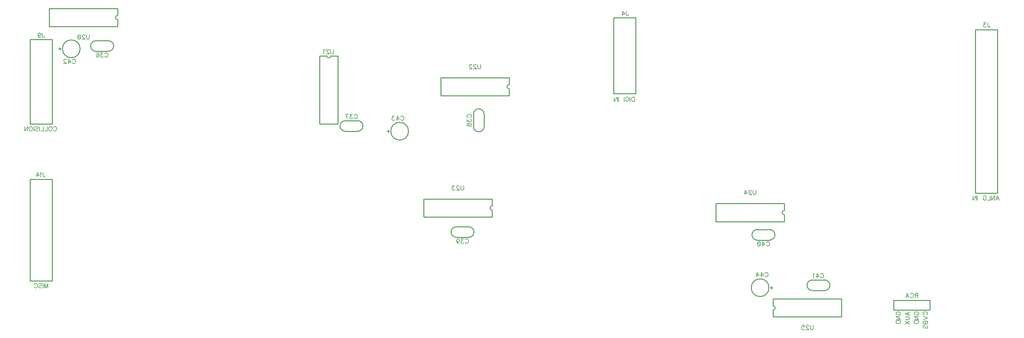
<source format=gbr>
G04 DipTrace 2.4.0.2*
%INBottomSilk.gbr*%
%MOIN*%
%ADD10C,0.0098*%
%ADD18C,0.0091*%
%ADD74C,0.0077*%
%FSLAX44Y44*%
G04*
G70*
G90*
G75*
G01*
%LNBotSilk*%
%LPD*%
X12462Y42175D2*
D10*
X13861D1*
X12462Y40975D2*
X13861D1*
Y42175D2*
G02X13861Y40975I1J-600D01*
G01*
X12462D2*
G02X12462Y42175I-1J600D01*
G01*
X40651Y33120D2*
X42050D1*
X40651Y31920D2*
X42050D1*
Y33120D2*
G02X42050Y31920I1J-600D01*
G01*
X40651D2*
G02X40651Y33120I-1J600D01*
G01*
X55148Y32462D2*
Y33861D1*
X56348Y32462D2*
Y33861D1*
X55148D2*
G02X56348Y33861I600J1D01*
G01*
Y32462D2*
G02X55148Y32462I-600J-1D01*
G01*
X53210Y21112D2*
X54609D1*
X53210Y19912D2*
X54609D1*
Y21112D2*
G02X54609Y19912I1J-600D01*
G01*
X53210D2*
G02X53210Y21112I-1J600D01*
G01*
X87226Y20797D2*
X88625D1*
X87226Y19597D2*
X88625D1*
Y20797D2*
G02X88625Y19597I1J-600D01*
G01*
X87226D2*
G02X87226Y20797I-1J600D01*
G01*
X93446Y15088D2*
X94845D1*
X93446Y13888D2*
X94845D1*
Y15088D2*
G02X94845Y13888I1J-600D01*
G01*
X93446D2*
G02X93446Y15088I-1J600D01*
G01*
X8374Y41378D2*
Y41142D1*
X8256Y41260D2*
X8492D1*
X8674D2*
G02X8674Y41260I1000J0D01*
G01*
X45500Y32047D2*
Y31811D1*
X45382Y31929D2*
X45618D1*
X45800D2*
G02X45800Y31929I1000J0D01*
G01*
X88846Y14094D2*
Y14331D1*
X88964Y14213D2*
X88728D1*
X86547D2*
G02X86547Y14213I1000J0D01*
G01*
X14913Y45827D2*
X7197D1*
Y43780D2*
Y45827D1*
X14913Y43780D2*
X7197D1*
X14913D2*
Y44567D1*
Y45827D2*
Y45039D1*
Y44567D2*
G02X14913Y45039I0J236D01*
G01*
X37756Y40465D2*
Y32748D1*
X39803D2*
X37756D1*
X39803Y40465D2*
Y32748D1*
Y40465D2*
X39016D1*
X37756D2*
X38543D1*
X39016D2*
G02X38543Y40465I-236J0D01*
G01*
X59165Y37992D2*
X51449D1*
Y35945D2*
Y37992D1*
X59165Y35945D2*
X51449D1*
X59165D2*
Y36732D1*
Y37992D2*
Y37205D1*
Y36732D2*
G02X59165Y37205I0J236D01*
G01*
X57236Y24252D2*
X49520D1*
Y22205D2*
Y24252D1*
X57236Y22205D2*
X49520D1*
X57236D2*
Y22992D1*
Y24252D2*
Y23464D1*
Y22992D2*
G02X57236Y23464I0J236D01*
G01*
X90268Y23740D2*
X82551D1*
Y21693D2*
Y23740D1*
X90268Y21693D2*
X82551D1*
X90268D2*
Y22480D1*
Y23740D2*
Y22953D1*
Y22480D2*
G02X90268Y22953I0J236D01*
G01*
X89024Y10906D2*
X96740D1*
Y12953D2*
Y10906D1*
X89024Y12953D2*
X96740D1*
X89024D2*
Y12165D1*
Y10906D2*
Y11693D1*
Y12165D2*
G02X89024Y11693I0J-236D01*
G01*
X5000Y42307D2*
D18*
X7500D1*
Y32744D1*
X5000D1*
Y42307D1*
X102636Y11693D2*
D10*
Y12796D1*
Y11693D2*
X106687Y11694D1*
X106738Y11693D2*
Y12796D1*
X102636D2*
X106717Y12794D1*
X5000Y26494D2*
D18*
X7500D1*
Y14994D1*
X5000D1*
Y26494D1*
X111875Y43432D2*
X114375D1*
Y24932D1*
X111875D1*
Y43432D1*
X70984Y44787D2*
X73484D1*
Y36181D1*
X70984D1*
Y44787D1*
X13459Y40686D2*
D74*
X13483Y40733D1*
X13531Y40781D1*
X13579Y40805D1*
X13674D1*
X13722Y40781D1*
X13770Y40733D1*
X13794Y40686D1*
X13818Y40614D1*
Y40494D1*
X13794Y40423D1*
X13770Y40375D1*
X13722Y40327D1*
X13674Y40303D1*
X13579D1*
X13531Y40327D1*
X13483Y40375D1*
X13459Y40423D1*
X13257Y40805D2*
X12994D1*
X13137Y40613D1*
X13066D1*
X13018Y40590D1*
X12994Y40566D1*
X12970Y40494D1*
Y40447D1*
X12994Y40375D1*
X13042Y40327D1*
X13114Y40303D1*
X13185D1*
X13257Y40327D1*
X13281Y40351D1*
X13305Y40398D1*
X12529Y40733D2*
X12552Y40781D1*
X12624Y40805D1*
X12672D1*
X12744Y40781D1*
X12792Y40709D1*
X12816Y40590D1*
Y40470D1*
X12792Y40375D1*
X12744Y40327D1*
X12672Y40303D1*
X12648D1*
X12577Y40327D1*
X12529Y40375D1*
X12505Y40447D1*
Y40470D1*
X12529Y40542D1*
X12577Y40590D1*
X12648Y40613D1*
X12672D1*
X12744Y40590D1*
X12792Y40542D1*
X12816Y40470D1*
X41660Y33733D2*
X41684Y33780D1*
X41732Y33828D1*
X41780Y33852D1*
X41875D1*
X41923Y33828D1*
X41971Y33780D1*
X41995Y33733D1*
X42019Y33661D1*
Y33541D1*
X41995Y33469D1*
X41971Y33421D1*
X41923Y33374D1*
X41875Y33350D1*
X41780D1*
X41732Y33374D1*
X41684Y33421D1*
X41660Y33469D1*
X41458Y33851D2*
X41195D1*
X41339Y33660D1*
X41267D1*
X41219Y33636D1*
X41195Y33613D1*
X41171Y33541D1*
Y33493D1*
X41195Y33421D1*
X41243Y33373D1*
X41315Y33350D1*
X41387D1*
X41458Y33373D1*
X41482Y33398D1*
X41506Y33445D1*
X40921Y33350D2*
X40682Y33851D1*
X41017D1*
X54535Y33471D2*
X54488Y33495D1*
X54440Y33543D1*
X54416Y33590D1*
Y33686D1*
X54440Y33734D1*
X54488Y33782D1*
X54535Y33806D1*
X54607Y33830D1*
X54727D1*
X54798Y33806D1*
X54846Y33782D1*
X54894Y33734D1*
X54918Y33686D1*
Y33590D1*
X54894Y33543D1*
X54846Y33495D1*
X54798Y33471D1*
X54416Y33269D2*
Y33006D1*
X54608Y33149D1*
Y33077D1*
X54631Y33030D1*
X54655Y33006D1*
X54727Y32982D1*
X54775D1*
X54846Y33006D1*
X54894Y33054D1*
X54918Y33125D1*
Y33197D1*
X54894Y33269D1*
X54870Y33292D1*
X54823Y33317D1*
X54416Y32708D2*
X54440Y32779D1*
X54488Y32804D1*
X54536D1*
X54583Y32779D1*
X54608Y32732D1*
X54631Y32636D1*
X54655Y32564D1*
X54703Y32517D1*
X54751Y32493D1*
X54823D1*
X54870Y32517D1*
X54894Y32541D1*
X54918Y32612D1*
Y32708D1*
X54894Y32779D1*
X54870Y32804D1*
X54823Y32827D1*
X54751D1*
X54703Y32804D1*
X54655Y32756D1*
X54631Y32684D1*
X54608Y32589D1*
X54583Y32541D1*
X54536Y32517D1*
X54488D1*
X54440Y32541D1*
X54416Y32612D1*
Y32708D1*
X54208Y19623D2*
X54231Y19670D1*
X54279Y19718D1*
X54327Y19742D1*
X54423D1*
X54471Y19718D1*
X54518Y19670D1*
X54542Y19623D1*
X54566Y19551D1*
Y19431D1*
X54542Y19360D1*
X54518Y19312D1*
X54471Y19264D1*
X54423Y19240D1*
X54327D1*
X54279Y19264D1*
X54231Y19312D1*
X54208Y19360D1*
X54005Y19742D2*
X53743D1*
X53886Y19550D1*
X53814D1*
X53766Y19527D1*
X53743Y19503D1*
X53718Y19431D1*
Y19384D1*
X53743Y19312D1*
X53790Y19264D1*
X53862Y19240D1*
X53934D1*
X54005Y19264D1*
X54029Y19288D1*
X54053Y19335D1*
X53253Y19575D2*
X53277Y19503D1*
X53325Y19455D1*
X53396Y19431D1*
X53420D1*
X53492Y19455D1*
X53540Y19503D1*
X53564Y19575D1*
Y19599D1*
X53540Y19670D1*
X53492Y19718D1*
X53420Y19742D1*
X53396D1*
X53325Y19718D1*
X53277Y19670D1*
X53253Y19575D1*
Y19455D1*
X53277Y19335D1*
X53325Y19264D1*
X53396Y19240D1*
X53444D1*
X53516Y19264D1*
X53540Y19312D1*
X88247Y19308D2*
X88271Y19355D1*
X88319Y19403D1*
X88366Y19427D1*
X88462D1*
X88510Y19403D1*
X88558Y19355D1*
X88582Y19308D1*
X88606Y19236D1*
Y19116D1*
X88582Y19045D1*
X88558Y18997D1*
X88510Y18949D1*
X88462Y18925D1*
X88366D1*
X88319Y18949D1*
X88271Y18997D1*
X88247Y19045D1*
X87853Y18925D2*
Y19427D1*
X88093Y19092D1*
X87734D1*
X87436Y19427D2*
X87508Y19403D1*
X87556Y19331D1*
X87580Y19212D1*
Y19140D1*
X87556Y19020D1*
X87508Y18949D1*
X87436Y18925D1*
X87388D1*
X87316Y18949D1*
X87269Y19020D1*
X87245Y19140D1*
Y19212D1*
X87269Y19331D1*
X87316Y19403D1*
X87388Y19427D1*
X87436D1*
X87269Y19331D2*
X87556Y19020D1*
X94360Y15701D2*
X94384Y15749D1*
X94432Y15797D1*
X94479Y15820D1*
X94575D1*
X94623Y15797D1*
X94671Y15749D1*
X94695Y15701D1*
X94719Y15629D1*
Y15509D1*
X94695Y15438D1*
X94671Y15390D1*
X94623Y15342D1*
X94575Y15318D1*
X94479D1*
X94432Y15342D1*
X94384Y15390D1*
X94360Y15438D1*
X93966Y15318D2*
Y15820D1*
X94206Y15485D1*
X93847D1*
X93693Y15724D2*
X93644Y15749D1*
X93573Y15820D1*
Y15318D1*
X9787Y39971D2*
X9810Y40018D1*
X9858Y40066D1*
X9906Y40090D1*
X10002D1*
X10050Y40066D1*
X10097Y40018D1*
X10121Y39971D1*
X10145Y39899D1*
Y39779D1*
X10121Y39708D1*
X10097Y39660D1*
X10050Y39612D1*
X10002Y39588D1*
X9906D1*
X9858Y39612D1*
X9810Y39660D1*
X9787Y39708D1*
X9393Y39588D2*
Y40090D1*
X9632Y39755D1*
X9273D1*
X9095Y39970D2*
Y39994D1*
X9071Y40042D1*
X9047Y40066D1*
X8999Y40090D1*
X8904D1*
X8856Y40066D1*
X8832Y40042D1*
X8808Y39994D1*
Y39947D1*
X8832Y39898D1*
X8880Y39827D1*
X9119Y39588D1*
X8784D1*
X46913Y33542D2*
X46936Y33590D1*
X46984Y33638D1*
X47032Y33661D1*
X47128D1*
X47176Y33638D1*
X47223Y33590D1*
X47247Y33542D1*
X47271Y33470D1*
Y33350D1*
X47247Y33279D1*
X47223Y33231D1*
X47176Y33183D1*
X47128Y33159D1*
X47032D1*
X46984Y33183D1*
X46936Y33231D1*
X46913Y33279D1*
X46519Y33159D2*
Y33661D1*
X46758Y33326D1*
X46399D1*
X46197Y33661D2*
X45934D1*
X46078Y33470D1*
X46006D1*
X45958Y33446D1*
X45934Y33422D1*
X45910Y33350D1*
Y33303D1*
X45934Y33231D1*
X45982Y33183D1*
X46054Y33159D1*
X46126D1*
X46197Y33183D1*
X46221Y33207D1*
X46245Y33255D1*
X88090Y15825D2*
X88113Y15873D1*
X88161Y15921D1*
X88209Y15945D1*
X88305D1*
X88353Y15921D1*
X88400Y15873D1*
X88424Y15825D1*
X88448Y15754D1*
Y15634D1*
X88424Y15562D1*
X88400Y15514D1*
X88353Y15467D1*
X88305Y15442D1*
X88209D1*
X88161Y15467D1*
X88113Y15514D1*
X88090Y15562D1*
X87696Y15442D2*
Y15944D1*
X87935Y15610D1*
X87576D1*
X87183Y15442D2*
Y15944D1*
X87422Y15610D1*
X87063D1*
X11712Y42842D2*
Y42484D1*
X11688Y42412D1*
X11640Y42364D1*
X11568Y42340D1*
X11521D1*
X11449Y42364D1*
X11401Y42412D1*
X11377Y42484D1*
Y42842D1*
X11198Y42722D2*
Y42746D1*
X11175Y42794D1*
X11151Y42818D1*
X11103Y42842D1*
X11007D1*
X10960Y42818D1*
X10936Y42794D1*
X10911Y42746D1*
Y42699D1*
X10936Y42650D1*
X10983Y42579D1*
X11223Y42340D1*
X10888D1*
X10590Y42842D2*
X10661Y42818D1*
X10709Y42746D1*
X10733Y42627D1*
Y42555D1*
X10709Y42435D1*
X10661Y42364D1*
X10590Y42340D1*
X10542D1*
X10470Y42364D1*
X10423Y42435D1*
X10398Y42555D1*
Y42627D1*
X10423Y42746D1*
X10470Y42818D1*
X10542Y42842D1*
X10590D1*
X10423Y42746D2*
X10709Y42435D1*
X39329Y41197D2*
Y40838D1*
X39305Y40766D1*
X39257Y40719D1*
X39185Y40694D1*
X39138D1*
X39066Y40719D1*
X39018Y40766D1*
X38994Y40838D1*
Y41197D1*
X38815Y41077D2*
Y41101D1*
X38791Y41149D1*
X38768Y41172D1*
X38720Y41196D1*
X38624D1*
X38576Y41172D1*
X38553Y41149D1*
X38528Y41101D1*
Y41053D1*
X38553Y41005D1*
X38600Y40934D1*
X38839Y40694D1*
X38505D1*
X38350Y41101D2*
X38302Y41125D1*
X38230Y41196D1*
Y40694D1*
X55964Y39492D2*
Y39133D1*
X55940Y39062D1*
X55892Y39014D1*
X55820Y38990D1*
X55773D1*
X55701Y39014D1*
X55653Y39062D1*
X55629Y39133D1*
Y39492D1*
X55450Y39372D2*
Y39396D1*
X55426Y39444D1*
X55403Y39468D1*
X55355Y39492D1*
X55259D1*
X55211Y39468D1*
X55188Y39444D1*
X55163Y39396D1*
Y39348D1*
X55188Y39300D1*
X55235Y39229D1*
X55475Y38990D1*
X55140D1*
X54961Y39372D2*
Y39396D1*
X54937Y39444D1*
X54913Y39468D1*
X54865Y39492D1*
X54770D1*
X54722Y39468D1*
X54698Y39444D1*
X54674Y39396D1*
Y39348D1*
X54698Y39300D1*
X54746Y39229D1*
X54985Y38990D1*
X54650D1*
X54035Y25752D2*
Y25393D1*
X54011Y25321D1*
X53963Y25274D1*
X53891Y25250D1*
X53844D1*
X53772Y25274D1*
X53724Y25321D1*
X53700Y25393D1*
Y25752D1*
X53521Y25632D2*
Y25656D1*
X53497Y25704D1*
X53474Y25728D1*
X53425Y25751D1*
X53330D1*
X53282Y25728D1*
X53259Y25704D1*
X53234Y25656D1*
Y25608D1*
X53259Y25560D1*
X53306Y25489D1*
X53545Y25250D1*
X53210D1*
X53008Y25751D2*
X52745D1*
X52889Y25560D1*
X52817D1*
X52769Y25536D1*
X52745Y25513D1*
X52721Y25441D1*
Y25393D1*
X52745Y25321D1*
X52793Y25273D1*
X52865Y25250D1*
X52937D1*
X53008Y25273D1*
X53032Y25298D1*
X53056Y25345D1*
X87078Y25240D2*
Y24881D1*
X87054Y24810D1*
X87006Y24762D1*
X86934Y24738D1*
X86887D1*
X86815Y24762D1*
X86767Y24810D1*
X86743Y24881D1*
Y25240D1*
X86564Y25120D2*
Y25144D1*
X86541Y25192D1*
X86517Y25216D1*
X86469Y25240D1*
X86373D1*
X86326Y25216D1*
X86302Y25192D1*
X86278Y25144D1*
Y25096D1*
X86302Y25048D1*
X86349Y24977D1*
X86589Y24738D1*
X86254D1*
X85860D2*
Y25240D1*
X86099Y24905D1*
X85741D1*
X93539Y9968D2*
Y9610D1*
X93515Y9538D1*
X93467Y9490D1*
X93395Y9466D1*
X93347D1*
X93276Y9490D1*
X93228Y9538D1*
X93204Y9610D1*
Y9968D1*
X93025Y9848D2*
Y9872D1*
X93001Y9920D1*
X92978Y9944D1*
X92929Y9968D1*
X92834D1*
X92786Y9944D1*
X92763Y9920D1*
X92738Y9872D1*
Y9825D1*
X92763Y9776D1*
X92810Y9705D1*
X93049Y9466D1*
X92714D1*
X92273Y9968D2*
X92512D1*
X92536Y9753D1*
X92512Y9776D1*
X92440Y9801D1*
X92369D1*
X92297Y9776D1*
X92249Y9729D1*
X92225Y9657D1*
Y9610D1*
X92249Y9538D1*
X92297Y9490D1*
X92369Y9466D1*
X92440D1*
X92512Y9490D1*
X92536Y9514D1*
X92560Y9561D1*
X7654Y32333D2*
X7677Y32381D1*
X7726Y32429D1*
X7773Y32452D1*
X7869D1*
X7917Y32429D1*
X7964Y32381D1*
X7989Y32333D1*
X8012Y32261D1*
Y32141D1*
X7989Y32070D1*
X7964Y32022D1*
X7917Y31974D1*
X7869Y31950D1*
X7773D1*
X7726Y31974D1*
X7677Y32022D1*
X7654Y32070D1*
X7356Y32452D2*
X7404Y32429D1*
X7451Y32381D1*
X7476Y32333D1*
X7499Y32261D1*
Y32141D1*
X7476Y32070D1*
X7451Y32022D1*
X7404Y31974D1*
X7356Y31950D1*
X7260D1*
X7212Y31974D1*
X7164Y32022D1*
X7141Y32070D1*
X7117Y32141D1*
Y32261D1*
X7141Y32333D1*
X7164Y32381D1*
X7212Y32429D1*
X7260Y32452D1*
X7356D1*
X6962D2*
Y31950D1*
X6676D1*
X6521Y32452D2*
Y31950D1*
X6234D1*
X6080Y32452D2*
Y31950D1*
X5591Y32381D2*
X5638Y32429D1*
X5710Y32452D1*
X5806D1*
X5877Y32429D1*
X5926Y32381D1*
Y32333D1*
X5901Y32285D1*
X5877Y32261D1*
X5830Y32237D1*
X5686Y32189D1*
X5638Y32166D1*
X5614Y32141D1*
X5591Y32094D1*
Y32022D1*
X5638Y31974D1*
X5710Y31950D1*
X5806D1*
X5877Y31974D1*
X5926Y32022D1*
X5436Y32452D2*
Y31950D1*
X5138Y32452D2*
X5186Y32429D1*
X5234Y32381D1*
X5258Y32333D1*
X5282Y32261D1*
Y32141D1*
X5258Y32070D1*
X5234Y32022D1*
X5186Y31974D1*
X5138Y31950D1*
X5043D1*
X4995Y31974D1*
X4947Y32022D1*
X4923Y32070D1*
X4899Y32141D1*
Y32261D1*
X4923Y32333D1*
X4947Y32381D1*
X4995Y32429D1*
X5043Y32452D1*
X5138D1*
X4410D2*
Y31950D1*
X4745Y32452D1*
Y31950D1*
X6481Y27260D2*
Y26877D1*
X6505Y26805D1*
X6529Y26781D1*
X6577Y26757D1*
X6625D1*
X6672Y26781D1*
X6696Y26805D1*
X6720Y26877D1*
Y26925D1*
X6327Y27163D2*
X6278Y27188D1*
X6207Y27259D1*
Y26757D1*
X5813D2*
Y27259D1*
X6052Y26925D1*
X5694D1*
X114204Y24130D2*
X114396Y24632D1*
X114587Y24130D1*
X114515Y24297D2*
X114276D1*
X113715Y24632D2*
Y24130D1*
X114050Y24632D1*
Y24130D1*
X113560Y24632D2*
Y24130D1*
X113273D1*
X112760Y24513D2*
X112784Y24560D1*
X112832Y24608D1*
X112880Y24632D1*
X112975D1*
X113023Y24608D1*
X113071Y24560D1*
X113095Y24513D1*
X113119Y24441D1*
Y24321D1*
X113095Y24250D1*
X113071Y24202D1*
X113023Y24154D1*
X112975Y24130D1*
X112880D1*
X112832Y24154D1*
X112784Y24202D1*
X112760Y24250D1*
Y24321D1*
X112880D1*
X112120Y24632D2*
Y24130D1*
X111631Y24632D2*
Y24130D1*
X111965Y24632D1*
Y24130D1*
X113289Y44223D2*
Y43840D1*
X113313Y43768D1*
X113337Y43745D1*
X113385Y43720D1*
X113433D1*
X113480Y43745D1*
X113504Y43768D1*
X113528Y43840D1*
Y43888D1*
X113087Y44222D2*
X112824D1*
X112967Y44031D1*
X112895D1*
X112848Y44007D1*
X112824Y43983D1*
X112800Y43912D1*
Y43864D1*
X112824Y43792D1*
X112872Y43744D1*
X112944Y43720D1*
X113015D1*
X113087Y43744D1*
X113110Y43768D1*
X113135Y43816D1*
X6387Y43042D2*
Y42659D1*
X6411Y42587D1*
X6436Y42564D1*
X6483Y42539D1*
X6531D1*
X6579Y42564D1*
X6602Y42587D1*
X6627Y42659D1*
Y42707D1*
X5922Y42874D2*
X5946Y42802D1*
X5994Y42754D1*
X6066Y42730D1*
X6089D1*
X6161Y42754D1*
X6209Y42802D1*
X6233Y42874D1*
Y42898D1*
X6209Y42970D1*
X6161Y43017D1*
X6089Y43041D1*
X6066D1*
X5994Y43017D1*
X5946Y42970D1*
X5922Y42874D1*
Y42754D1*
X5946Y42635D1*
X5994Y42563D1*
X6066Y42539D1*
X6113D1*
X6185Y42563D1*
X6209Y42611D1*
X6638Y14189D2*
Y14691D1*
X6829Y14189D1*
X7020Y14691D1*
Y14189D1*
X6483Y14691D2*
Y14189D1*
X5994Y14619D2*
X6042Y14667D1*
X6113Y14691D1*
X6209D1*
X6281Y14667D1*
X6329Y14619D1*
Y14572D1*
X6305Y14524D1*
X6281Y14500D1*
X6233Y14476D1*
X6090Y14428D1*
X6042Y14404D1*
X6018Y14380D1*
X5994Y14333D1*
Y14261D1*
X6042Y14213D1*
X6113Y14189D1*
X6209D1*
X6281Y14213D1*
X6329Y14261D1*
X5481Y14572D2*
X5505Y14619D1*
X5553Y14667D1*
X5600Y14691D1*
X5696D1*
X5744Y14667D1*
X5792Y14619D1*
X5816Y14572D1*
X5840Y14500D1*
Y14380D1*
X5816Y14309D1*
X5792Y14261D1*
X5744Y14213D1*
X5696Y14189D1*
X5600D1*
X5553Y14213D1*
X5505Y14261D1*
X5481Y14309D1*
X105385Y13353D2*
X105170D1*
X105098Y13378D1*
X105073Y13402D1*
X105050Y13449D1*
Y13497D1*
X105073Y13545D1*
X105098Y13569D1*
X105170Y13593D1*
X105385D1*
Y13090D1*
X105217Y13353D2*
X105050Y13090D1*
X104537Y13473D2*
X104560Y13521D1*
X104608Y13569D1*
X104656Y13593D1*
X104752D1*
X104800Y13569D1*
X104847Y13521D1*
X104872Y13473D1*
X104895Y13402D1*
Y13282D1*
X104872Y13210D1*
X104847Y13162D1*
X104800Y13115D1*
X104752Y13090D1*
X104656D1*
X104608Y13115D1*
X104560Y13162D1*
X104537Y13210D1*
X103999Y13090D2*
X104191Y13593D1*
X104382Y13090D1*
X104310Y13258D2*
X104071D1*
X105090Y11120D2*
X105043Y11144D1*
X104995Y11192D1*
X104971Y11239D1*
Y11335D1*
X104995Y11383D1*
X105043Y11431D1*
X105090Y11455D1*
X105162Y11479D1*
X105282D1*
X105353Y11455D1*
X105402Y11431D1*
X105449Y11383D1*
X105473Y11335D1*
Y11239D1*
X105449Y11192D1*
X105402Y11144D1*
X105353Y11120D1*
X105282D1*
Y11239D1*
X104971Y10631D2*
X105473D1*
X104971Y10966D1*
X105473D1*
X104971Y10476D2*
X105473D1*
Y10309D1*
X105449Y10237D1*
X105402Y10189D1*
X105353Y10165D1*
X105282Y10141D1*
X105162D1*
X105090Y10165D1*
X105043Y10189D1*
X104995Y10237D1*
X104971Y10309D1*
Y10476D1*
X103027Y11112D2*
X102980Y11136D1*
X102932Y11184D1*
X102908Y11232D1*
Y11327D1*
X102932Y11375D1*
X102980Y11423D1*
X103027Y11447D1*
X103099Y11471D1*
X103219D1*
X103290Y11447D1*
X103339Y11423D1*
X103386Y11375D1*
X103410Y11327D1*
Y11232D1*
X103386Y11184D1*
X103339Y11136D1*
X103290Y11112D1*
X103219D1*
Y11232D1*
X102908Y10623D2*
X103410D1*
X102908Y10958D1*
X103410D1*
X102908Y10469D2*
X103410D1*
Y10301D1*
X103386Y10229D1*
X103339Y10181D1*
X103290Y10157D1*
X103219Y10134D1*
X103099D1*
X103027Y10157D1*
X102980Y10181D1*
X102932Y10229D1*
X102908Y10301D1*
Y10469D1*
X104446Y11070D2*
X103943Y11262D1*
X104446Y11453D1*
X104278Y11381D2*
Y11142D1*
X103943Y10916D2*
X104302D1*
X104374Y10892D1*
X104422Y10844D1*
X104446Y10772D1*
Y10724D1*
X104422Y10652D1*
X104374Y10604D1*
X104302Y10581D1*
X103943D1*
Y10426D2*
X104446Y10091D1*
X103943D2*
X104446Y10426D1*
X106091Y11124D2*
X106043Y11147D1*
X105995Y11195D1*
X105971Y11243D1*
Y11339D1*
X105995Y11387D1*
X106043Y11434D1*
X106091Y11458D1*
X106163Y11482D1*
X106283D1*
X106354Y11458D1*
X106402Y11434D1*
X106449Y11387D1*
X106474Y11339D1*
Y11243D1*
X106449Y11195D1*
X106402Y11147D1*
X106354Y11124D1*
X105971Y10969D2*
X106474Y10778D1*
X105971Y10587D1*
Y10432D2*
X106474D1*
Y10217D1*
X106449Y10145D1*
X106426Y10121D1*
X106378Y10097D1*
X106306D1*
X106258Y10121D1*
X106234Y10145D1*
X106211Y10217D1*
X106186Y10145D1*
X106163Y10121D1*
X106115Y10097D1*
X106067D1*
X106019Y10121D1*
X105995Y10145D1*
X105971Y10217D1*
Y10432D1*
X106211D2*
Y10217D1*
X106043Y9608D2*
X105995Y9656D1*
X105971Y9727D1*
Y9823D1*
X105995Y9895D1*
X106043Y9943D1*
X106091D1*
X106139Y9919D1*
X106163Y9895D1*
X106186Y9847D1*
X106234Y9704D1*
X106258Y9656D1*
X106283Y9632D1*
X106330Y9608D1*
X106402D1*
X106449Y9656D1*
X106474Y9727D1*
Y9823D1*
X106449Y9895D1*
X106402Y9943D1*
X73350Y35799D2*
Y35297D1*
X73183D1*
X73111Y35321D1*
X73063Y35368D1*
X73039Y35416D1*
X73015Y35488D1*
Y35608D1*
X73039Y35680D1*
X73063Y35727D1*
X73111Y35775D1*
X73183Y35799D1*
X73350D1*
X72861D2*
Y35297D1*
X72348Y35680D2*
X72371Y35727D1*
X72420Y35775D1*
X72467Y35799D1*
X72563D1*
X72611Y35775D1*
X72658Y35727D1*
X72683Y35680D1*
X72706Y35608D1*
Y35488D1*
X72683Y35416D1*
X72658Y35368D1*
X72611Y35321D1*
X72563Y35297D1*
X72467D1*
X72420Y35321D1*
X72371Y35368D1*
X72348Y35416D1*
Y35488D1*
X72467D1*
X72193Y35799D2*
Y35297D1*
X71553Y35799D2*
Y35297D1*
X71064Y35799D2*
Y35297D1*
X71399Y35799D1*
Y35297D1*
X72419Y45522D2*
Y45139D1*
X72443Y45068D1*
X72467Y45044D1*
X72515Y45020D1*
X72563D1*
X72610Y45044D1*
X72634Y45068D1*
X72659Y45139D1*
Y45187D1*
X72026Y45020D2*
Y45521D1*
X72265Y45187D1*
X71906D1*
M02*

</source>
